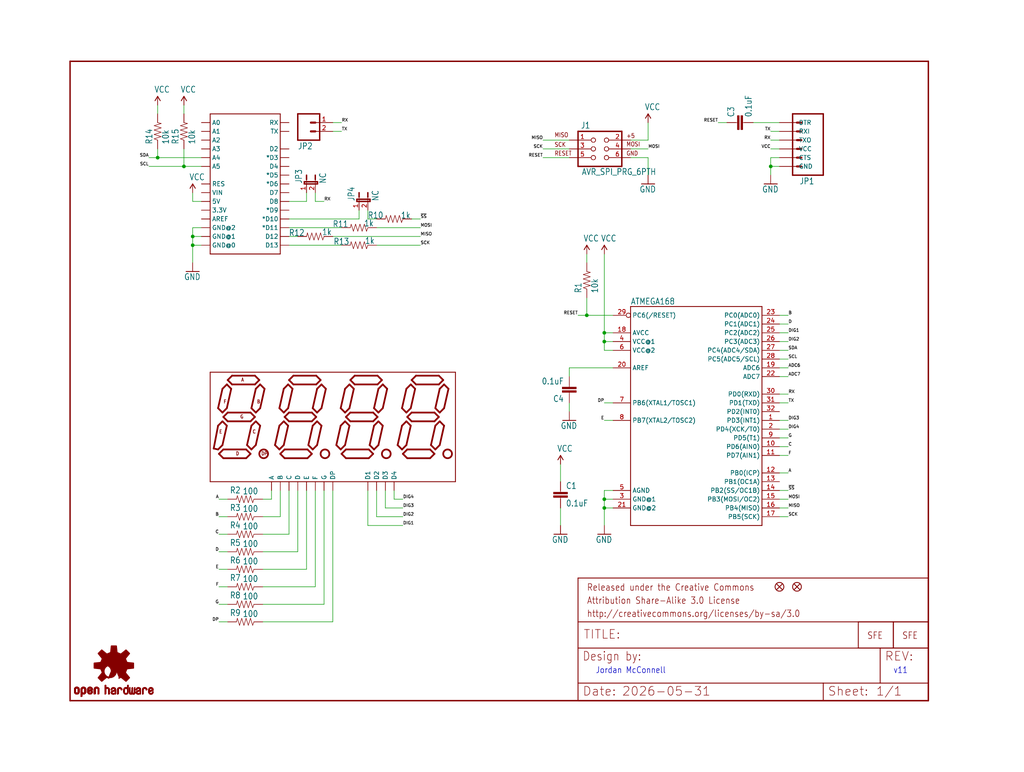
<source format=kicad_sch>
(kicad_sch (version 20230121) (generator eeschema)
  (paper "User" 297.002 223.926)
  (lib_symbols
    (symbol "working-eagle-import:7-SEGMENT-4DIGIT-COUNTERPTH"
      (symbol "7-SEGMENT-4DIGIT-COUNTERPTH_1_0"
        (text "A" (at -26.654 13.732 0) (effects (font (size 1.016 0.8636) (thickness 0.1727) bold) (justify left bottom)))
        (text "B" (at -22.082 7.382 0) (effects (font (size 1.016 0.8636) (thickness 0.1727) bold) (justify left bottom)))
        (text "C" (at -23.352 -1.318 0) (effects (font (size 1.016 0.8636) (thickness 0.1727) bold) (justify left bottom)))
        (text "D" (at -28.194 -7.668 0) (effects (font (size 1.016 0.8636) (thickness 0.1727) bold) (justify left bottom)))
        (text "DP" (at -20.812 -7.668 0) (effects (font (size 1.016 0.8636) (thickness 0.1727) bold) (justify left bottom)))
        (text "E" (at -33.02 -1.318 0) (effects (font (size 1.016 0.8636) (thickness 0.1727) bold) (justify left bottom)))
        (text "F" (at -31.75 7.382 0) (effects (font (size 1.016 0.8636) (thickness 0.1727) bold) (justify left bottom)))
        (text "G" (at -26.924 3.032 0) (effects (font (size 1.016 0.8636) (thickness 0.1727) bold) (justify left bottom)))
        (pin bidirectional line (at -7.62 -17.78 90) (length 2.54) (name "E") (number "1"))
        (pin bidirectional line (at -5.08 -17.78 90) (length 2.54) (name "F") (number "10"))
        (pin bidirectional line (at -17.78 -17.78 90) (length 2.54) (name "A") (number "11"))
        (pin bidirectional line (at 10.16 -17.78 90) (length 2.54) (name "D1") (number "12"))
        (pin bidirectional line (at -10.16 -17.78 90) (length 2.54) (name "D") (number "2"))
        (pin bidirectional line (at 0 -17.78 90) (length 2.54) (name "DP") (number "3"))
        (pin bidirectional line (at -12.7 -17.78 90) (length 2.54) (name "C") (number "4"))
        (pin bidirectional line (at -2.54 -17.78 90) (length 2.54) (name "G") (number "5"))
        (pin bidirectional line (at 17.78 -17.78 90) (length 2.54) (name "D4") (number "6"))
        (pin bidirectional line (at -15.24 -17.78 90) (length 2.54) (name "B") (number "7"))
        (pin bidirectional line (at 15.24 -17.78 90) (length 2.54) (name "D3") (number "8"))
        (pin bidirectional line (at 12.7 -17.78 90) (length 2.54) (name "D2") (number "9"))
      )
    )
    (symbol "working-eagle-import:ARDUINO_SERIAL_PROGRAMPTH"
      (property "Reference" "JP" (at -5.08 10.922 0))
      (symbol "ARDUINO_SERIAL_PROGRAMPTH_1_0"
        (pin passive line (at 5.08 -5.08 180) (length 5.08) (name "DTR") (number "1"))
        (pin passive line (at 5.08 -2.54 180) (length 5.08) (name "RXI") (number "2"))
        (pin passive line (at 5.08 0 180) (length 5.08) (name "TXO") (number "3"))
        (pin passive line (at 5.08 2.54 180) (length 5.08) (name "VCC") (number "4"))
        (pin passive line (at 5.08 5.08 180) (length 5.08) (name "CTS") (number "5"))
        (pin passive line (at 5.08 7.62 180) (length 5.08) (name "GND") (number "6"))
      )
    )
    (symbol "working-eagle-import:ARDUINO_SHIELDLABEL"
      (symbol "ARDUINO_SHIELDLABEL_1_0"
        (pin bidirectional line (at -12.7 -7.62 0) (length 2.54) (name "3.3V") (number "3.3V"))
        (pin bidirectional line (at -12.7 -5.08 0) (length 2.54) (name "5V") (number "5V"))
        (pin bidirectional line (at -12.7 17.78 0) (length 2.54) (name "A0") (number "A0"))
        (pin bidirectional line (at -12.7 15.24 0) (length 2.54) (name "A1") (number "A1"))
        (pin bidirectional line (at -12.7 12.7 0) (length 2.54) (name "A2") (number "A2"))
        (pin bidirectional line (at -12.7 10.16 0) (length 2.54) (name "A3") (number "A3"))
        (pin bidirectional line (at -12.7 7.62 0) (length 2.54) (name "A4") (number "A4"))
        (pin bidirectional line (at -12.7 5.08 0) (length 2.54) (name "A5") (number "A5"))
        (pin bidirectional line (at -12.7 -10.16 0) (length 2.54) (name "AREF") (number "AREF"))
        (pin bidirectional line (at 12.7 -10.16 180) (length 2.54) (name "*D10") (number "D10"))
        (pin bidirectional line (at 12.7 -12.7 180) (length 2.54) (name "*D11") (number "D11"))
        (pin bidirectional line (at 12.7 -15.24 180) (length 2.54) (name "D12") (number "D12"))
        (pin bidirectional line (at 12.7 -17.78 180) (length 2.54) (name "D13") (number "D13"))
        (pin bidirectional line (at 12.7 10.16 180) (length 2.54) (name "D2") (number "D2"))
        (pin bidirectional line (at 12.7 7.62 180) (length 2.54) (name "*D3") (number "D3"))
        (pin bidirectional line (at 12.7 5.08 180) (length 2.54) (name "D4") (number "D4"))
        (pin bidirectional line (at 12.7 2.54 180) (length 2.54) (name "*D5") (number "D5"))
        (pin bidirectional line (at 12.7 0 180) (length 2.54) (name "*D6") (number "D6"))
        (pin bidirectional line (at 12.7 -2.54 180) (length 2.54) (name "D7") (number "D7"))
        (pin bidirectional line (at 12.7 -5.08 180) (length 2.54) (name "D8") (number "D8"))
        (pin bidirectional line (at 12.7 -7.62 180) (length 2.54) (name "*D9") (number "D9"))
        (pin bidirectional line (at -12.7 -17.78 0) (length 2.54) (name "GND@0") (number "GND@0"))
        (pin bidirectional line (at -12.7 -15.24 0) (length 2.54) (name "GND@1") (number "GND@1"))
        (pin bidirectional line (at -12.7 -12.7 0) (length 2.54) (name "GND@2") (number "GND@2"))
        (pin bidirectional line (at -12.7 0 0) (length 2.54) (name "RES") (number "RES"))
        (pin bidirectional line (at 12.7 17.78 180) (length 2.54) (name "RX") (number "RX"))
        (pin bidirectional line (at 12.7 15.24 180) (length 2.54) (name "TX") (number "TX"))
        (pin bidirectional line (at -12.7 -2.54 0) (length 2.54) (name "VIN") (number "VIN"))
      )
    )
    (symbol "working-eagle-import:ATMEGA168"
      (property "Reference" "U" (at -17.78 -38.1 0))
      (symbol "ATMEGA168_1_0"
        (pin bidirectional line (at 25.4 -5.08 180) (length 5.08) (name "PD3(INT1)") (number "1"))
        (pin bidirectional line (at 25.4 -12.7 180) (length 5.08) (name "PD6(AIN0)") (number "10"))
        (pin bidirectional line (at 25.4 -15.24 180) (length 5.08) (name "PD7(AIN1)") (number "11"))
        (pin bidirectional line (at 25.4 -20.32 180) (length 5.08) (name "PB0(ICP)") (number "12"))
        (pin bidirectional line (at 25.4 -22.86 180) (length 5.08) (name "PB1(OC1A)") (number "13"))
        (pin bidirectional line (at 25.4 -25.4 180) (length 5.08) (name "PB2(SS/OC1B)") (number "14"))
        (pin bidirectional line (at 25.4 -27.94 180) (length 5.08) (name "PB3(MOSI/OC2)") (number "15"))
        (pin bidirectional line (at 25.4 -30.48 180) (length 5.08) (name "PB4(MISO)") (number "16"))
        (pin bidirectional line (at 25.4 -33.02 180) (length 5.08) (name "PB5(SCK)") (number "17"))
        (pin bidirectional line (at -22.86 20.32 0) (length 5.08) (name "AVCC") (number "18"))
        (pin bidirectional line (at 25.4 10.16 180) (length 5.08) (name "ADC6") (number "19"))
        (pin bidirectional line (at 25.4 -7.62 180) (length 5.08) (name "PD4(XCK/T0)") (number "2"))
        (pin bidirectional line (at -22.86 10.16 0) (length 5.08) (name "AREF") (number "20"))
        (pin bidirectional line (at -22.86 -30.48 0) (length 5.08) (name "GND@2") (number "21"))
        (pin bidirectional line (at 25.4 7.62 180) (length 5.08) (name "ADC7") (number "22"))
        (pin bidirectional line (at 25.4 25.4 180) (length 5.08) (name "PC0(ADC0)") (number "23"))
        (pin bidirectional line (at 25.4 22.86 180) (length 5.08) (name "PC1(ADC1)") (number "24"))
        (pin bidirectional line (at 25.4 20.32 180) (length 5.08) (name "PC2(ADC2)") (number "25"))
        (pin bidirectional line (at 25.4 17.78 180) (length 5.08) (name "PC3(ADC3)") (number "26"))
        (pin bidirectional line (at 25.4 15.24 180) (length 5.08) (name "PC4(ADC4/SDA)") (number "27"))
        (pin bidirectional line (at 25.4 12.7 180) (length 5.08) (name "PC5(ADC5/SCL)") (number "28"))
        (pin bidirectional inverted (at -22.86 25.4 0) (length 5.08) (name "PC6(/RESET)") (number "29"))
        (pin bidirectional line (at -22.86 -27.94 0) (length 5.08) (name "GND@1") (number "3"))
        (pin bidirectional line (at 25.4 2.54 180) (length 5.08) (name "PD0(RXD)") (number "30"))
        (pin bidirectional line (at 25.4 0 180) (length 5.08) (name "PD1(TXD)") (number "31"))
        (pin bidirectional line (at 25.4 -2.54 180) (length 5.08) (name "PD2(INT0)") (number "32"))
        (pin bidirectional line (at -22.86 17.78 0) (length 5.08) (name "VCC@1") (number "4"))
        (pin bidirectional line (at -22.86 -25.4 0) (length 5.08) (name "AGND") (number "5"))
        (pin bidirectional line (at -22.86 15.24 0) (length 5.08) (name "VCC@2") (number "6"))
        (pin bidirectional line (at -22.86 0 0) (length 5.08) (name "PB6(XTAL1/TOSC1)") (number "7"))
        (pin bidirectional line (at -22.86 -5.08 0) (length 5.08) (name "PB7(XTAL2/TOSC2)") (number "8"))
        (pin bidirectional line (at 25.4 -10.16 180) (length 5.08) (name "PD5(T1)") (number "9"))
      )
    )
    (symbol "working-eagle-import:AVR_SPI_PRG_6PTH"
      (property "Reference" "J" (at -4.318 5.842 0))
      (symbol "AVR_SPI_PRG_6PTH_1_0"
        (text "+5" (at 8.89 3.048 0) (effects (font (size 1.27 1.0795)) (justify left bottom)))
        (text "GND" (at 8.89 -2.032 0) (effects (font (size 1.27 1.0795)) (justify left bottom)))
        (text "MISO" (at -11.938 3.302 0) (effects (font (size 1.27 1.0795)) (justify left bottom)))
        (text "MOSI" (at 8.89 0.635 0) (effects (font (size 1.27 1.0795)) (justify left bottom)))
        (text "RESET" (at -11.938 -2.032 0) (effects (font (size 1.27 1.0795)) (justify left bottom)))
        (text "SCK" (at -11.938 0.508 0) (effects (font (size 1.27 1.0795)) (justify left bottom)))
        (pin passive inverted (at -7.62 2.54 0) (length 7.62) (name "1") (number "1"))
        (pin passive inverted (at 10.16 2.54 180) (length 7.62) (name "2") (number "2"))
        (pin passive inverted (at -7.62 0 0) (length 7.62) (name "3") (number "3"))
        (pin passive inverted (at 10.16 0 180) (length 7.62) (name "4") (number "4"))
        (pin passive inverted (at -7.62 -2.54 0) (length 7.62) (name "5") (number "5"))
        (pin passive inverted (at 10.16 -2.54 180) (length 7.62) (name "6") (number "6"))
      )
    )
    (symbol "working-eagle-import:CAP0603-CAP"
      (property "Reference" "C" (at 1.524 2.921 0))
      (symbol "CAP0603-CAP_1_0"
        (pin passive line (at 0 5.08 270) (length 2.54) (name "1") (number "1"))
        (pin passive line (at 0 -2.54 90) (length 2.54) (name "2") (number "2"))
      )
    )
    (symbol "working-eagle-import:FIDUCIALUFIDUCIAL")
    (symbol "working-eagle-import:FRAME-LETTER"
      (symbol "FRAME-LETTER_2_0"
        (text "${#}/${##}" (at 86.36 1.27 0) (effects (font (size 2.54 2.54)) (justify left bottom)))
        (text "${CURRENT_DATE}" (at 12.7 1.27 0) (effects (font (size 2.54 2.54)) (justify left bottom)))
        (text "${PROJECTNAME}" (at 15.494 17.78 0) (effects (font (size 2.7432 2.7432)) (justify left bottom)))
        (text "Attribution Share-Alike 3.0 License" (at 2.54 27.94 0) (effects (font (size 1.9304 1.6408)) (justify left bottom)))
        (text "Date:" (at 1.27 1.27 0) (effects (font (size 2.54 2.54)) (justify left bottom)))
        (text "Design by:" (at 1.27 11.43 0) (effects (font (size 2.54 2.159)) (justify left bottom)))
        (text "http://creativecommons.org/licenses/by-sa/3.0" (at 2.54 24.13 0) (effects (font (size 1.9304 1.6408)) (justify left bottom)))
        (text "Released under the Creative Commons" (at 2.54 31.75 0) (effects (font (size 1.9304 1.6408)) (justify left bottom)))
        (text "REV:" (at 88.9 11.43 0) (effects (font (size 2.54 2.54)) (justify left bottom)))
        (text "Sheet:" (at 72.39 1.27 0) (effects (font (size 2.54 2.54)) (justify left bottom)))
        (text "TITLE:" (at 1.524 17.78 0) (effects (font (size 2.54 2.54)) (justify left bottom)))
      )
    )
    (symbol "working-eagle-import:GND" (power)
      (property "Value" "GND" (at -2.54 -2.54 0))
      (symbol "GND_1_0"
        (pin power_in line (at 0 2.54 270) (length 2.54) (name "GND") (number "1"))
      )
    )
    (symbol "working-eagle-import:JUMPER-2SMD-NC"
      (property "Reference" "JP" (at -1.27 0 90))
      (symbol "JUMPER-2SMD-NC_1_0"
        (pin passive line (at 0 -2.54 90) (length 2.54) (name "1") (number "1"))
        (pin passive line (at 2.54 -2.54 90) (length 2.54) (name "2") (number "2"))
      )
    )
    (symbol "working-eagle-import:LOGO-SFENEW"
      (symbol "LOGO-SFENEW_1_0"
        (text "SFE" (at 0 0 0) (effects (font (size 1.9304 1.6408)) (justify left bottom)))
      )
    )
    (symbol "working-eagle-import:M02PTH"
      (property "Reference" "JP" (at -2.54 5.842 0))
      (symbol "M02PTH_1_0"
        (pin passive line (at 7.62 0 180) (length 5.08) (name "1") (number "1"))
        (pin passive line (at 7.62 2.54 180) (length 5.08) (name "2") (number "2"))
      )
    )
    (symbol "working-eagle-import:OSHW-LOGOS")
    (symbol "working-eagle-import:RESISTOR0603-RES"
      (property "Reference" "R" (at -3.81 1.4986 0))
      (symbol "RESISTOR0603-RES_1_0"
        (pin passive line (at -5.08 0 0) (length 2.54) (name "1") (number "1"))
        (pin passive line (at 5.08 0 180) (length 2.54) (name "2") (number "2"))
      )
    )
    (symbol "working-eagle-import:SparkFun-Aesthetics_GND" (power)
      (property "Value" "SparkFun-Aesthetics_GND" (at -2.54 -2.54 0))
      (symbol "SparkFun-Aesthetics_GND_1_0"
        (pin power_in line (at 0 2.54 270) (length 2.54) (name "GND") (number "1"))
      )
    )
    (symbol "working-eagle-import:SparkFun-Passives_CAP0603-CAP"
      (property "Reference" "C" (at 1.524 2.921 0))
      (symbol "SparkFun-Passives_CAP0603-CAP_1_0"
        (pin passive line (at 0 5.08 270) (length 2.54) (name "1") (number "1"))
        (pin passive line (at 0 -2.54 90) (length 2.54) (name "2") (number "2"))
      )
    )
    (symbol "working-eagle-import:VCC" (power)
      (property "Value" "VCC" (at -1.016 3.556 0))
      (symbol "VCC_1_0"
        (pin power_in line (at 0 0 90) (length 2.54) (name "VCC") (number "1"))
      )
    )
  )
  (junction (at 170.18 91.44))
  (junction (at 55.88 71.12))
  (junction (at 175.26 147.32))
  (junction (at 175.26 96.52))
  (junction (at 223.52 48.26))
  (junction (at 53.34 48.26))
  (junction (at 45.72 45.72))
  (junction (at 55.88 68.58))
  (junction (at 175.26 144.78))
  (junction (at 175.26 99.06))
  (wire (pts (xy 226.06 142.24) (xy 228.6 142.24)) (stroke (width 0.1524)))
  (wire (pts (xy 45.72 30.48) (xy 45.72 33.02)) (stroke (width 0.1524)))
  (wire (pts (xy 55.88 76.2) (xy 55.88 71.12)) (stroke (width 0.1524)))
  (wire (pts (xy 187.96 40.64) (xy 187.96 35.56)) (stroke (width 0.1524)))
  (wire (pts (xy 66.04 144.78) (xy 63.5 144.78)) (stroke (width 0.1524)))
  (wire (pts (xy 66.04 160.02) (xy 63.5 160.02)) (stroke (width 0.1524)))
  (wire (pts (xy 55.88 58.42) (xy 55.88 55.88)) (stroke (width 0.1524)))
  (wire (pts (xy 55.88 71.12) (xy 55.88 68.58)) (stroke (width 0.1524)))
  (wire (pts (xy 226.06 40.64) (xy 223.52 40.64)) (stroke (width 0.1524)))
  (wire (pts (xy 170.18 91.44) (xy 170.18 86.36)) (stroke (width 0.1524)))
  (wire (pts (xy 99.06 66.04) (xy 83.82 66.04)) (stroke (width 0.1524)))
  (wire (pts (xy 165.1 40.64) (xy 157.48 40.64)) (stroke (width 0.1524)))
  (wire (pts (xy 175.26 144.78) (xy 175.26 147.32)) (stroke (width 0.1524)))
  (wire (pts (xy 111.76 142.24) (xy 111.76 147.32)) (stroke (width 0.1524)))
  (wire (pts (xy 88.9 165.1) (xy 76.2 165.1)) (stroke (width 0.1524)))
  (wire (pts (xy 66.04 154.94) (xy 63.5 154.94)) (stroke (width 0.1524)))
  (wire (pts (xy 99.06 71.12) (xy 83.82 71.12)) (stroke (width 0.1524)))
  (wire (pts (xy 78.74 142.24) (xy 78.74 144.78)) (stroke (width 0.1524)))
  (wire (pts (xy 177.8 96.52) (xy 175.26 96.52)) (stroke (width 0.1524)))
  (wire (pts (xy 55.88 68.58) (xy 58.42 68.58)) (stroke (width 0.1524)))
  (wire (pts (xy 170.18 91.44) (xy 167.64 91.44)) (stroke (width 0.1524)))
  (wire (pts (xy 93.98 142.24) (xy 93.98 175.26)) (stroke (width 0.1524)))
  (wire (pts (xy 226.06 129.54) (xy 228.6 129.54)) (stroke (width 0.1524)))
  (wire (pts (xy 86.36 160.02) (xy 76.2 160.02)) (stroke (width 0.1524)))
  (wire (pts (xy 88.9 142.24) (xy 88.9 165.1)) (stroke (width 0.1524)))
  (wire (pts (xy 226.06 91.44) (xy 228.6 91.44)) (stroke (width 0.1524)))
  (wire (pts (xy 66.04 165.1) (xy 63.5 165.1)) (stroke (width 0.1524)))
  (wire (pts (xy 226.06 114.3) (xy 228.6 114.3)) (stroke (width 0.1524)))
  (wire (pts (xy 121.92 66.04) (xy 109.22 66.04)) (stroke (width 0.1524)))
  (wire (pts (xy 182.88 45.72) (xy 187.96 45.72)) (stroke (width 0.1524)))
  (wire (pts (xy 182.88 43.18) (xy 187.96 43.18)) (stroke (width 0.1524)))
  (wire (pts (xy 121.92 71.12) (xy 109.22 71.12)) (stroke (width 0.1524)))
  (wire (pts (xy 226.06 147.32) (xy 228.6 147.32)) (stroke (width 0.1524)))
  (wire (pts (xy 66.04 170.18) (xy 63.5 170.18)) (stroke (width 0.1524)))
  (wire (pts (xy 58.42 58.42) (xy 55.88 58.42)) (stroke (width 0.1524)))
  (wire (pts (xy 55.88 68.58) (xy 55.88 66.04)) (stroke (width 0.1524)))
  (wire (pts (xy 53.34 43.18) (xy 53.34 48.26)) (stroke (width 0.1524)))
  (wire (pts (xy 177.8 91.44) (xy 170.18 91.44)) (stroke (width 0.1524)))
  (wire (pts (xy 96.52 142.24) (xy 96.52 180.34)) (stroke (width 0.1524)))
  (wire (pts (xy 226.06 101.6) (xy 228.6 101.6)) (stroke (width 0.1524)))
  (wire (pts (xy 66.04 180.34) (xy 63.5 180.34)) (stroke (width 0.1524)))
  (wire (pts (xy 177.8 99.06) (xy 175.26 99.06)) (stroke (width 0.1524)))
  (wire (pts (xy 226.06 48.26) (xy 223.52 48.26)) (stroke (width 0.1524)))
  (wire (pts (xy 170.18 76.2) (xy 170.18 73.66)) (stroke (width 0.1524)))
  (wire (pts (xy 226.06 43.18) (xy 223.52 43.18)) (stroke (width 0.1524)))
  (wire (pts (xy 43.18 45.72) (xy 45.72 45.72)) (stroke (width 0.1524)))
  (wire (pts (xy 177.8 121.92) (xy 175.26 121.92)) (stroke (width 0.1524)))
  (wire (pts (xy 93.98 175.26) (xy 76.2 175.26)) (stroke (width 0.1524)))
  (wire (pts (xy 81.28 142.24) (xy 81.28 149.86)) (stroke (width 0.1524)))
  (wire (pts (xy 226.06 38.1) (xy 223.52 38.1)) (stroke (width 0.1524)))
  (wire (pts (xy 177.8 142.24) (xy 175.26 142.24)) (stroke (width 0.1524)))
  (wire (pts (xy 109.22 142.24) (xy 109.22 149.86)) (stroke (width 0.1524)))
  (wire (pts (xy 175.26 142.24) (xy 175.26 144.78)) (stroke (width 0.1524)))
  (wire (pts (xy 109.22 63.5) (xy 106.68 63.5)) (stroke (width 0.1524)))
  (wire (pts (xy 226.06 116.84) (xy 228.6 116.84)) (stroke (width 0.1524)))
  (wire (pts (xy 162.56 147.32) (xy 162.56 152.4)) (stroke (width 0.1524)))
  (wire (pts (xy 177.8 147.32) (xy 175.26 147.32)) (stroke (width 0.1524)))
  (wire (pts (xy 45.72 45.72) (xy 58.42 45.72)) (stroke (width 0.1524)))
  (wire (pts (xy 223.52 50.8) (xy 223.52 48.26)) (stroke (width 0.1524)))
  (wire (pts (xy 43.18 48.26) (xy 53.34 48.26)) (stroke (width 0.1524)))
  (wire (pts (xy 165.1 45.72) (xy 157.48 45.72)) (stroke (width 0.1524)))
  (wire (pts (xy 86.36 68.58) (xy 83.82 68.58)) (stroke (width 0.1524)))
  (wire (pts (xy 96.52 180.34) (xy 76.2 180.34)) (stroke (width 0.1524)))
  (wire (pts (xy 175.26 101.6) (xy 175.26 99.06)) (stroke (width 0.1524)))
  (wire (pts (xy 121.92 68.58) (xy 96.52 68.58)) (stroke (width 0.1524)))
  (wire (pts (xy 53.34 48.26) (xy 58.42 48.26)) (stroke (width 0.1524)))
  (wire (pts (xy 177.8 101.6) (xy 175.26 101.6)) (stroke (width 0.1524)))
  (wire (pts (xy 226.06 109.22) (xy 228.6 109.22)) (stroke (width 0.1524)))
  (wire (pts (xy 66.04 149.86) (xy 63.5 149.86)) (stroke (width 0.1524)))
  (wire (pts (xy 165.1 43.18) (xy 157.48 43.18)) (stroke (width 0.1524)))
  (wire (pts (xy 81.28 149.86) (xy 76.2 149.86)) (stroke (width 0.1524)))
  (wire (pts (xy 226.06 96.52) (xy 228.6 96.52)) (stroke (width 0.1524)))
  (wire (pts (xy 226.06 104.14) (xy 228.6 104.14)) (stroke (width 0.1524)))
  (wire (pts (xy 210.82 35.56) (xy 208.28 35.56)) (stroke (width 0.1524)))
  (wire (pts (xy 175.26 96.52) (xy 175.26 73.66)) (stroke (width 0.1524)))
  (wire (pts (xy 165.1 106.68) (xy 165.1 109.22)) (stroke (width 0.1524)))
  (wire (pts (xy 218.44 35.56) (xy 226.06 35.56)) (stroke (width 0.1524)))
  (wire (pts (xy 83.82 142.24) (xy 83.82 154.94)) (stroke (width 0.1524)))
  (wire (pts (xy 177.8 144.78) (xy 175.26 144.78)) (stroke (width 0.1524)))
  (wire (pts (xy 226.06 106.68) (xy 228.6 106.68)) (stroke (width 0.1524)))
  (wire (pts (xy 226.06 121.92) (xy 228.6 121.92)) (stroke (width 0.1524)))
  (wire (pts (xy 114.3 144.78) (xy 116.84 144.78)) (stroke (width 0.1524)))
  (wire (pts (xy 226.06 137.16) (xy 228.6 137.16)) (stroke (width 0.1524)))
  (wire (pts (xy 111.76 147.32) (xy 116.84 147.32)) (stroke (width 0.1524)))
  (wire (pts (xy 104.14 63.5) (xy 83.82 63.5)) (stroke (width 0.1524)))
  (wire (pts (xy 226.06 132.08) (xy 228.6 132.08)) (stroke (width 0.1524)))
  (wire (pts (xy 91.44 142.24) (xy 91.44 170.18)) (stroke (width 0.1524)))
  (wire (pts (xy 114.3 142.24) (xy 114.3 144.78)) (stroke (width 0.1524)))
  (wire (pts (xy 104.14 60.96) (xy 104.14 63.5)) (stroke (width 0.1524)))
  (wire (pts (xy 83.82 154.94) (xy 76.2 154.94)) (stroke (width 0.1524)))
  (wire (pts (xy 175.26 147.32) (xy 175.26 152.4)) (stroke (width 0.1524)))
  (wire (pts (xy 175.26 99.06) (xy 175.26 96.52)) (stroke (width 0.1524)))
  (wire (pts (xy 55.88 71.12) (xy 58.42 71.12)) (stroke (width 0.1524)))
  (wire (pts (xy 45.72 43.18) (xy 45.72 45.72)) (stroke (width 0.1524)))
  (wire (pts (xy 106.68 152.4) (xy 116.84 152.4)) (stroke (width 0.1524)))
  (wire (pts (xy 109.22 149.86) (xy 116.84 149.86)) (stroke (width 0.1524)))
  (wire (pts (xy 53.34 30.48) (xy 53.34 33.02)) (stroke (width 0.1524)))
  (wire (pts (xy 226.06 124.46) (xy 228.6 124.46)) (stroke (width 0.1524)))
  (wire (pts (xy 226.06 144.78) (xy 228.6 144.78)) (stroke (width 0.1524)))
  (wire (pts (xy 96.52 38.1) (xy 99.06 38.1)) (stroke (width 0.1524)))
  (wire (pts (xy 226.06 45.72) (xy 223.52 45.72)) (stroke (width 0.1524)))
  (wire (pts (xy 187.96 45.72) (xy 187.96 50.8)) (stroke (width 0.1524)))
  (wire (pts (xy 162.56 139.7) (xy 162.56 134.62)) (stroke (width 0.1524)))
  (wire (pts (xy 182.88 40.64) (xy 187.96 40.64)) (stroke (width 0.1524)))
  (wire (pts (xy 88.9 58.42) (xy 88.9 55.88)) (stroke (width 0.1524)))
  (wire (pts (xy 165.1 119.38) (xy 165.1 116.84)) (stroke (width 0.1524)))
  (wire (pts (xy 91.44 58.42) (xy 93.98 58.42)) (stroke (width 0.1524)))
  (wire (pts (xy 55.88 66.04) (xy 58.42 66.04)) (stroke (width 0.1524)))
  (wire (pts (xy 226.06 149.86) (xy 228.6 149.86)) (stroke (width 0.1524)))
  (wire (pts (xy 223.52 48.26) (xy 223.52 45.72)) (stroke (width 0.1524)))
  (wire (pts (xy 83.82 58.42) (xy 88.9 58.42)) (stroke (width 0.1524)))
  (wire (pts (xy 226.06 99.06) (xy 228.6 99.06)) (stroke (width 0.1524)))
  (wire (pts (xy 91.44 55.88) (xy 91.44 58.42)) (stroke (width 0.1524)))
  (wire (pts (xy 86.36 142.24) (xy 86.36 160.02)) (stroke (width 0.1524)))
  (wire (pts (xy 106.68 142.24) (xy 106.68 152.4)) (stroke (width 0.1524)))
  (wire (pts (xy 121.92 63.5) (xy 119.38 63.5)) (stroke (width 0.1524)))
  (wire (pts (xy 226.06 93.98) (xy 228.6 93.98)) (stroke (width 0.1524)))
  (wire (pts (xy 78.74 144.78) (xy 76.2 144.78)) (stroke (width 0.1524)))
  (wire (pts (xy 177.8 116.84) (xy 175.26 116.84)) (stroke (width 0.1524)))
  (wire (pts (xy 91.44 170.18) (xy 76.2 170.18)) (stroke (width 0.1524)))
  (wire (pts (xy 226.06 127) (xy 228.6 127)) (stroke (width 0.1524)))
  (wire (pts (xy 106.68 63.5) (xy 106.68 60.96)) (stroke (width 0.1524)))
  (wire (pts (xy 177.8 106.68) (xy 165.1 106.68)) (stroke (width 0.1524)))
  (wire (pts (xy 96.52 35.56) (xy 99.06 35.56)) (stroke (width 0.1524)))
  (wire (pts (xy 66.04 175.26) (xy 63.5 175.26)) (stroke (width 0.1524)))
  (text "v11" (at 259.08 195.58 0) (effects (font (size 1.778 1.5113)) (justify left bottom)))
  (text "Jordan McConnell" (at 172.72 195.58 0) (effects (font (size 1.778 1.5113)) (justify left bottom)))
  (label "DIG1" (at 228.6 96.52 0) (effects (font (size 0.889 0.889))))
  (label "E" (at 63.5 165.1 180) (effects (font (size 0.889 0.889))))
  (label "DIG1" (at 116.84 152.4 0) (effects (font (size 0.889 0.889))))
  (label "MOSI" (at 187.96 43.18 0) (effects (font (size 0.889 0.889))))
  (label "~{SS}" (at 121.92 63.5 0) (effects (font (size 0.889 0.889))))
  (label "G" (at 228.6 127 0) (effects (font (size 0.889 0.889))))
  (label "SCK" (at 121.92 71.12 0) (effects (font (size 0.889 0.889))))
  (label "MISO" (at 228.6 147.32 0) (effects (font (size 0.889 0.889))))
  (label "F" (at 228.6 132.08 0) (effects (font (size 0.889 0.889))))
  (label "ADC7" (at 228.6 109.22 0) (effects (font (size 0.889 0.889))))
  (label "DIG2" (at 228.6 99.06 0) (effects (font (size 0.889 0.889))))
  (label "SDA" (at 228.6 101.6 0) (effects (font (size 0.889 0.889))))
  (label "MISO" (at 121.92 68.58 0) (effects (font (size 0.889 0.889))))
  (label "F" (at 63.5 170.18 180) (effects (font (size 0.889 0.889))))
  (label "B" (at 63.5 149.86 180) (effects (font (size 0.889 0.889))))
  (label "DP" (at 175.26 116.84 180) (effects (font (size 0.889 0.889))))
  (label "C" (at 63.5 154.94 180) (effects (font (size 0.889 0.889))))
  (label "TX" (at 99.06 38.1 0) (effects (font (size 0.889 0.889))))
  (label "RESET" (at 208.28 35.56 180) (effects (font (size 0.889 0.889))))
  (label "RX" (at 228.6 114.3 0) (effects (font (size 0.889 0.889))))
  (label "DIG4" (at 116.84 144.78 0) (effects (font (size 0.889 0.889))))
  (label "DIG2" (at 116.84 149.86 0) (effects (font (size 0.889 0.889))))
  (label "SCL" (at 228.6 104.14 0) (effects (font (size 0.889 0.889))))
  (label "MOSI" (at 121.92 66.04 0) (effects (font (size 0.889 0.889))))
  (label "RESET" (at 157.48 45.72 180) (effects (font (size 0.889 0.889))))
  (label "SCK" (at 157.48 43.18 180) (effects (font (size 0.889 0.889))))
  (label "VCC" (at 223.52 43.18 180) (effects (font (size 0.889 0.889))))
  (label "TX" (at 228.6 116.84 0) (effects (font (size 0.889 0.889))))
  (label "RESET" (at 167.64 91.44 180) (effects (font (size 0.889 0.889))))
  (label "RX" (at 223.52 40.64 180) (effects (font (size 0.889 0.889))))
  (label "D" (at 63.5 160.02 180) (effects (font (size 0.889 0.889))))
  (label "DIG3" (at 116.84 147.32 0) (effects (font (size 0.889 0.889))))
  (label "A" (at 63.5 144.78 180) (effects (font (size 0.889 0.889))))
  (label "MISO" (at 157.48 40.64 180) (effects (font (size 0.889 0.889))))
  (label "TX" (at 223.52 38.1 180) (effects (font (size 0.889 0.889))))
  (label "DIG4" (at 228.6 124.46 0) (effects (font (size 0.889 0.889))))
  (label "ADC6" (at 228.6 106.68 0) (effects (font (size 0.889 0.889))))
  (label "G" (at 63.5 175.26 180) (effects (font (size 0.889 0.889))))
  (label "E" (at 175.26 121.92 180) (effects (font (size 0.889 0.889))))
  (label "~{SS}" (at 228.6 142.24 0) (effects (font (size 0.889 0.889))))
  (label "SCK" (at 228.6 149.86 0) (effects (font (size 0.889 0.889))))
  (label "MOSI" (at 228.6 144.78 0) (effects (font (size 0.889 0.889))))
  (label "SCL" (at 43.18 48.26 180) (effects (font (size 0.889 0.889))))
  (label "B" (at 228.6 91.44 0) (effects (font (size 0.889 0.889))))
  (label "SDA" (at 43.18 45.72 180) (effects (font (size 0.889 0.889))))
  (label "D" (at 228.6 93.98 0) (effects (font (size 0.889 0.889))))
  (label "RX" (at 93.98 58.42 0) (effects (font (size 0.889 0.889))))
  (label "C" (at 228.6 129.54 0) (effects (font (size 0.889 0.889))))
  (label "DP" (at 63.5 180.34 180) (effects (font (size 0.889 0.889))))
  (label "RX" (at 99.06 35.56 0) (effects (font (size 0.889 0.889))))
  (label "A" (at 228.6 137.16 0) (effects (font (size 0.889 0.889))))
  (label "DIG3" (at 228.6 121.92 0) (effects (font (size 0.889 0.889))))
  (symbol (lib_id "working-eagle-import:GND") (at 165.1 121.92 0) (unit 1)
    (property "Reference" "#GND2" (effects hide))
    (property "Value" "GND" (at 162.56 124.46 0) (effects (font (size 1.778 1.5113)) (justify left bottom)))
  )
  (symbol (lib_id "working-eagle-import:RESISTOR0603-RES") (at 71.12 175.26 180) (unit 1)
    (property "Reference" "R8" (at 69.85 171.6786 0) (effects (font (size 1.778 1.5113)) (justify left bottom)))
    (property "Value" "100" (at 74.93 171.958 0) (effects (font (size 1.778 1.5113)) (justify left bottom)))
    (property "Footprint" "working:0603-RES" (effects hide))
  )
  (symbol (lib_id "working-eagle-import:GND") (at 175.26 154.94 0) (unit 1)
    (property "Reference" "#GND1" (effects hide))
    (property "Value" "GND" (at 172.72 157.48 0) (effects (font (size 1.778 1.5113)) (justify left bottom)))
  )
  (symbol (lib_id "working-eagle-import:RESISTOR0603-RES") (at 71.12 154.94 180) (unit 1)
    (property "Reference" "R4" (at 69.85 151.3586 0) (effects (font (size 1.778 1.5113)) (justify left bottom)))
    (property "Value" "100" (at 74.93 151.638 0) (effects (font (size 1.778 1.5113)) (justify left bottom)))
    (property "Footprint" "working:0603-RES" (effects hide))
  )
  (symbol (lib_id "working-eagle-import:FIDUCIALUFIDUCIAL") (at 226.06 170.18 0) (unit 1)
    (property "Reference" "JP9" (effects hide))
    (property "Value" "FIDUCIALUFIDUCIAL" (effects hide))
    (property "Footprint" "working:MICRO-FIDUCIAL" (effects hide))
  )
  (symbol (lib_id "working-eagle-import:7-SEGMENT-4DIGIT-COUNTERPTH") (at 96.52 124.46 0) (unit 1)
    (property "Reference" "U$1" (effects hide))
    (property "Value" "7-SEGMENT-4DIGIT-COUNTERPTH" (effects hide))
    (property "Footprint" "working:7-SEGMENT-4DIGIT-COUNTER" (effects hide))
  )
  (symbol (lib_id "working-eagle-import:RESISTOR0603-RES") (at 114.3 63.5 180) (unit 1)
    (property "Reference" "R10" (at 111.252 61.4426 0) (effects (font (size 1.778 1.5113)) (justify left bottom)))
    (property "Value" "1k" (at 119.126 61.468 0) (effects (font (size 1.778 1.5113)) (justify left bottom)))
    (property "Footprint" "working:0603-RES" (effects hide))
  )
  (symbol (lib_id "working-eagle-import:RESISTOR0603-RES") (at 71.12 149.86 180) (unit 1)
    (property "Reference" "R3" (at 69.85 146.2786 0) (effects (font (size 1.778 1.5113)) (justify left bottom)))
    (property "Value" "100" (at 74.93 146.558 0) (effects (font (size 1.778 1.5113)) (justify left bottom)))
    (property "Footprint" "working:0603-RES" (effects hide))
  )
  (symbol (lib_id "working-eagle-import:VCC") (at 170.18 73.66 0) (unit 1)
    (property "Reference" "#P+1" (effects hide))
    (property "Value" "VCC" (at 169.164 70.104 0) (effects (font (size 1.778 1.5113)) (justify left bottom)))
  )
  (symbol (lib_id "working-eagle-import:SparkFun-Aesthetics_GND") (at 223.52 53.34 0) (unit 1)
    (property "Reference" "#GND7" (effects hide))
    (property "Value" "GND" (at 220.98 55.88 0) (effects (font (size 1.778 1.5113)) (justify left bottom)))
  )
  (symbol (lib_id "working-eagle-import:GND") (at 162.56 154.94 0) (unit 1)
    (property "Reference" "#GND4" (effects hide))
    (property "Value" "GND" (at 160.02 157.48 0) (effects (font (size 1.778 1.5113)) (justify left bottom)))
  )
  (symbol (lib_id "working-eagle-import:RESISTOR0603-RES") (at 71.12 180.34 180) (unit 1)
    (property "Reference" "R9" (at 69.85 176.7586 0) (effects (font (size 1.778 1.5113)) (justify left bottom)))
    (property "Value" "100" (at 74.93 177.038 0) (effects (font (size 1.778 1.5113)) (justify left bottom)))
    (property "Footprint" "working:0603-RES" (effects hide))
  )
  (symbol (lib_id "working-eagle-import:SparkFun-Passives_CAP0603-CAP") (at 165.1 111.76 180) (unit 1)
    (property "Reference" "C4" (at 163.576 114.681 0) (effects (font (size 1.778 1.5113)) (justify left bottom)))
    (property "Value" "0.1uF" (at 163.576 109.601 0) (effects (font (size 1.778 1.5113)) (justify left bottom)))
    (property "Footprint" "working:0603-CAP" (effects hide))
  )
  (symbol (lib_id "working-eagle-import:RESISTOR0603-RES") (at 71.12 170.18 180) (unit 1)
    (property "Reference" "R7" (at 69.85 166.5986 0) (effects (font (size 1.778 1.5113)) (justify left bottom)))
    (property "Value" "100" (at 74.93 166.878 0) (effects (font (size 1.778 1.5113)) (justify left bottom)))
    (property "Footprint" "working:0603-RES" (effects hide))
  )
  (symbol (lib_id "working-eagle-import:FRAME-LETTER") (at 20.32 203.2 0) (unit 1)
    (property "Reference" "FRAME1" (effects hide))
    (property "Value" "FRAME-LETTER" (effects hide))
    (property "Footprint" "working:CREATIVE_COMMONS" (effects hide))
  )
  (symbol (lib_id "working-eagle-import:RESISTOR0603-RES") (at 71.12 144.78 180) (unit 1)
    (property "Reference" "R2" (at 69.85 141.1986 0) (effects (font (size 1.778 1.5113)) (justify left bottom)))
    (property "Value" "100" (at 74.93 141.478 0) (effects (font (size 1.778 1.5113)) (justify left bottom)))
    (property "Footprint" "working:0603-RES" (effects hide))
  )
  (symbol (lib_id "working-eagle-import:LOGO-SFENEW") (at 261.62 185.42 0) (unit 1)
    (property "Reference" "LOGO1" (effects hide))
    (property "Value" "LOGO-SFENEW" (effects hide))
    (property "Footprint" "working:SFE-NEW-WEBLOGO" (effects hide))
  )
  (symbol (lib_id "working-eagle-import:JUMPER-2SMD-NC") (at 104.14 58.42 0) (unit 1)
    (property "Reference" "JP4" (at 102.87 58.42 90) (effects (font (size 1.778 1.5113)) (justify left bottom)))
    (property "Value" "NC" (at 109.855 58.42 90) (effects (font (size 1.778 1.5113)) (justify left bottom)))
    (property "Footprint" "working:SJ_2S" (effects hide))
  )
  (symbol (lib_id "working-eagle-import:RESISTOR0603-RES") (at 104.14 66.04 180) (unit 1)
    (property "Reference" "R11" (at 101.092 63.9826 0) (effects (font (size 1.778 1.5113)) (justify left bottom)))
    (property "Value" "1k" (at 108.458 63.754 0) (effects (font (size 1.778 1.5113)) (justify left bottom)))
    (property "Footprint" "working:0603-RES" (effects hide))
  )
  (symbol (lib_id "working-eagle-import:RESISTOR0603-RES") (at 71.12 160.02 180) (unit 1)
    (property "Reference" "R5" (at 69.85 156.4386 0) (effects (font (size 1.778 1.5113)) (justify left bottom)))
    (property "Value" "100" (at 74.93 156.718 0) (effects (font (size 1.778 1.5113)) (justify left bottom)))
    (property "Footprint" "working:0603-RES" (effects hide))
  )
  (symbol (lib_id "working-eagle-import:M02PTH") (at 88.9 35.56 0) (mirror x) (unit 1)
    (property "Reference" "JP2" (at 86.36 41.402 0) (effects (font (size 1.778 1.5113)) (justify left bottom)))
    (property "Value" "M02PTH" (effects hide))
    (property "Footprint" "working:1X02" (effects hide))
  )
  (symbol (lib_id "working-eagle-import:VCC") (at 175.26 73.66 0) (unit 1)
    (property "Reference" "#P+2" (effects hide))
    (property "Value" "VCC" (at 174.244 70.104 0) (effects (font (size 1.778 1.5113)) (justify left bottom)))
  )
  (symbol (lib_id "working-eagle-import:ARDUINO_SHIELDLABEL") (at 71.12 53.34 0) (unit 1)
    (property "Reference" "U1" (effects hide))
    (property "Value" "ARDUINO_SHIELDLABEL" (effects hide))
    (property "Footprint" "working:DUEMILANOVE_SHIELD" (effects hide))
  )
  (symbol (lib_id "working-eagle-import:VCC") (at 55.88 55.88 0) (unit 1)
    (property "Reference" "#P+6" (effects hide))
    (property "Value" "VCC" (at 54.864 52.324 0) (effects (font (size 1.778 1.5113)) (justify left bottom)))
  )
  (symbol (lib_id "working-eagle-import:RESISTOR0603-RES") (at 53.34 38.1 90) (unit 1)
    (property "Reference" "R15" (at 51.8414 41.91 0) (effects (font (size 1.778 1.5113)) (justify left bottom)))
    (property "Value" "10k" (at 56.642 41.91 0) (effects (font (size 1.778 1.5113)) (justify left bottom)))
    (property "Footprint" "working:0603-RES" (effects hide))
  )
  (symbol (lib_id "working-eagle-import:GND") (at 187.96 53.34 0) (unit 1)
    (property "Reference" "#GND3" (effects hide))
    (property "Value" "GND" (at 185.42 55.88 0) (effects (font (size 1.778 1.5113)) (justify left bottom)))
  )
  (symbol (lib_id "working-eagle-import:FIDUCIALUFIDUCIAL") (at 231.14 170.18 0) (unit 1)
    (property "Reference" "JP10" (effects hide))
    (property "Value" "FIDUCIALUFIDUCIAL" (effects hide))
    (property "Footprint" "working:MICRO-FIDUCIAL" (effects hide))
  )
  (symbol (lib_id "working-eagle-import:RESISTOR0603-RES") (at 104.14 71.12 180) (unit 1)
    (property "Reference" "R13" (at 101.346 69.0626 0) (effects (font (size 1.778 1.5113)) (justify left bottom)))
    (property "Value" "1k" (at 108.712 68.834 0) (effects (font (size 1.778 1.5113)) (justify left bottom)))
    (property "Footprint" "working:0603-RES" (effects hide))
  )
  (symbol (lib_id "working-eagle-import:ARDUINO_SERIAL_PROGRAMPTH") (at 231.14 40.64 180) (unit 1)
    (property "Reference" "JP1" (at 236.22 51.562 0) (effects (font (size 1.778 1.5113)) (justify left bottom)))
    (property "Value" "ARDUINO_SERIAL_PROGRAMPTH" (effects hide))
    (property "Footprint" "working:1X06" (effects hide))
  )
  (symbol (lib_id "working-eagle-import:VCC") (at 162.56 134.62 0) (unit 1)
    (property "Reference" "#P+3" (effects hide))
    (property "Value" "VCC" (at 161.544 131.064 0) (effects (font (size 1.778 1.5113)) (justify left bottom)))
  )
  (symbol (lib_id "working-eagle-import:RESISTOR0603-RES") (at 71.12 165.1 180) (unit 1)
    (property "Reference" "R6" (at 69.85 161.5186 0) (effects (font (size 1.778 1.5113)) (justify left bottom)))
    (property "Value" "100" (at 74.93 161.798 0) (effects (font (size 1.778 1.5113)) (justify left bottom)))
    (property "Footprint" "working:0603-RES" (effects hide))
  )
  (symbol (lib_id "working-eagle-import:RESISTOR0603-RES") (at 91.44 68.58 180) (unit 1)
    (property "Reference" "R12" (at 88.392 66.5226 0) (effects (font (size 1.778 1.5113)) (justify left bottom)))
    (property "Value" "1k" (at 96.266 66.294 0) (effects (font (size 1.778 1.5113)) (justify left bottom)))
    (property "Footprint" "working:0603-RES" (effects hide))
  )
  (symbol (lib_id "working-eagle-import:GND") (at 55.88 78.74 0) (unit 1)
    (property "Reference" "#GND5" (effects hide))
    (property "Value" "GND" (at 53.34 81.28 0) (effects (font (size 1.778 1.5113)) (justify left bottom)))
  )
  (symbol (lib_id "working-eagle-import:RESISTOR0603-RES") (at 45.72 38.1 90) (unit 1)
    (property "Reference" "R14" (at 44.2214 41.91 0) (effects (font (size 1.778 1.5113)) (justify left bottom)))
    (property "Value" "10k" (at 49.022 41.91 0) (effects (font (size 1.778 1.5113)) (justify left bottom)))
    (property "Footprint" "working:0603-RES" (effects hide))
  )
  (symbol (lib_id "working-eagle-import:JUMPER-2SMD-NC") (at 88.9 53.34 0) (unit 1)
    (property "Reference" "JP3" (at 87.63 53.34 90) (effects (font (size 1.778 1.5113)) (justify left bottom)))
    (property "Value" "NC" (at 94.615 53.34 90) (effects (font (size 1.778 1.5113)) (justify left bottom)))
    (property "Footprint" "working:SJ_2S" (effects hide))
  )
  (symbol (lib_id "working-eagle-import:SparkFun-Passives_CAP0603-CAP") (at 215.9 35.56 90) (unit 1)
    (property "Reference" "C3" (at 212.979 34.036 0) (effects (font (size 1.778 1.5113)) (justify left bottom)))
    (property "Value" "0.1uF" (at 218.059 34.036 0) (effects (font (size 1.778 1.5113)) (justify left bottom)))
    (property "Footprint" "working:0603-CAP" (effects hide))
  )
  (symbol (lib_id "working-eagle-import:VCC") (at 53.34 30.48 0) (unit 1)
    (property "Reference" "#P+4" (effects hide))
    (property "Value" "VCC" (at 52.324 26.924 0) (effects (font (size 1.778 1.5113)) (justify left bottom)))
  )
  (symbol (lib_id "working-eagle-import:RESISTOR0603-RES") (at 170.18 81.28 90) (unit 1)
    (property "Reference" "R1" (at 168.6814 85.09 0) (effects (font (size 1.778 1.5113)) (justify left bottom)))
    (property "Value" "10k" (at 173.482 85.09 0) (effects (font (size 1.778 1.5113)) (justify left bottom)))
    (property "Footprint" "working:0603-RES" (effects hide))
  )
  (symbol (lib_id "working-eagle-import:ATMEGA168") (at 200.66 116.84 0) (unit 1)
    (property "Reference" "ATMEGA328P-AU0" (effects hide))
    (property "Value" "ATMEGA168" (at 182.88 88.392 0) (effects (font (size 1.778 1.5113)) (justify left bottom)))
    (property "Footprint" "working:TQFP32-08" (effects hide))
  )
  (symbol (lib_id "working-eagle-import:FRAME-LETTER") (at 167.64 203.2 0) (unit 2)
    (property "Reference" "FRAME1" (effects hide))
    (property "Value" "FRAME-LETTER" (effects hide))
    (property "Footprint" "working:CREATIVE_COMMONS" (effects hide))
  )
  (symbol (lib_id "working-eagle-import:VCC") (at 187.96 35.56 0) (unit 1)
    (property "Reference" "#P+7" (effects hide))
    (property "Value" "VCC" (at 186.944 32.004 0) (effects (font (size 1.778 1.5113)) (justify left bottom)))
  )
  (symbol (lib_id "working-eagle-import:CAP0603-CAP") (at 162.56 144.78 0) (unit 1)
    (property "Reference" "C1" (at 164.084 141.859 0) (effects (font (size 1.778 1.5113)) (justify left bottom)))
    (property "Value" "0.1uF" (at 164.084 146.939 0) (effects (font (size 1.778 1.5113)) (justify left bottom)))
    (property "Footprint" "working:0603-CAP" (effects hide))
  )
  (symbol (lib_id "working-eagle-import:VCC") (at 45.72 30.48 0) (unit 1)
    (property "Reference" "#P+5" (effects hide))
    (property "Value" "VCC" (at 44.704 26.924 0) (effects (font (size 1.778 1.5113)) (justify left bottom)))
  )
  (symbol (lib_id "working-eagle-import:AVR_SPI_PRG_6PTH") (at 172.72 43.18 0) (unit 1)
    (property "Reference" "J1" (at 168.402 37.338 0) (effects (font (size 1.778 1.5113)) (justify left bottom)))
    (property "Value" "AVR_SPI_PRG_6PTH" (at 168.656 50.8 0) (effects (font (size 1.778 1.5113)) (justify left bottom)))
    (property "Footprint" "working:2X3" (effects hide))
  )
  (symbol (lib_id "working-eagle-import:OSHW-LOGOS") (at 33.02 193.04 0) (unit 1)
    (property "Reference" "U$4" (effects hide))
    (property "Value" "OSHW-LOGOS" (effects hide))
    (property "Footprint" "working:OSHW-LOGO-S" (effects hide))
  )
  (symbol (lib_id "working-eagle-import:LOGO-SFENEW") (at 251.46 185.42 0) (unit 1)
    (property "Reference" "LOGO2" (effects hide))
    (property "Value" "LOGO-SFENEW" (effects hide))
    (property "Footprint" "working:SFE-NEW-WEBLOGO" (effects hide))
  )
)
</source>
